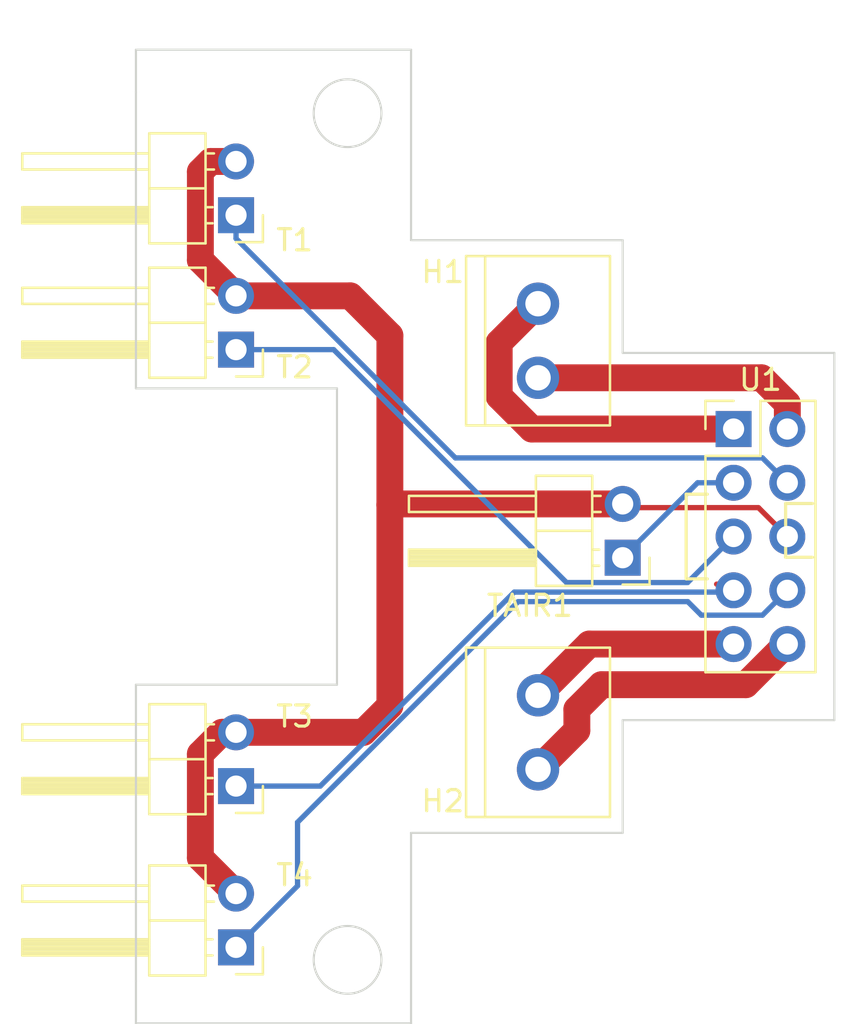
<source format=kicad_pcb>
(kicad_pcb (version 20171130) (host pcbnew "(5.1.6-0-10_14)")

  (general
    (thickness 1.6)
    (drawings 28)
    (tracks 57)
    (zones 0)
    (modules 8)
    (nets 11)
  )

  (page A4)
  (layers
    (0 F.Cu signal)
    (31 B.Cu signal)
    (32 B.Adhes user)
    (33 F.Adhes user)
    (34 B.Paste user)
    (35 F.Paste user)
    (36 B.SilkS user)
    (37 F.SilkS user)
    (38 B.Mask user)
    (39 F.Mask user)
    (40 Dwgs.User user)
    (41 Cmts.User user)
    (42 Eco1.User user)
    (43 Eco2.User user)
    (44 Edge.Cuts user)
    (45 Margin user)
    (46 B.CrtYd user)
    (47 F.CrtYd user)
    (48 B.Fab user)
    (49 F.Fab user)
  )

  (setup
    (last_trace_width 0.25)
    (user_trace_width 1.27)
    (trace_clearance 0.2)
    (zone_clearance 0.508)
    (zone_45_only no)
    (trace_min 0.2)
    (via_size 0.8)
    (via_drill 0.4)
    (via_min_size 0.4)
    (via_min_drill 0.3)
    (uvia_size 0.3)
    (uvia_drill 0.1)
    (uvias_allowed no)
    (uvia_min_size 0.2)
    (uvia_min_drill 0.1)
    (edge_width 0.1)
    (segment_width 0.2)
    (pcb_text_width 0.3)
    (pcb_text_size 1.5 1.5)
    (mod_edge_width 0.15)
    (mod_text_size 1 1)
    (mod_text_width 0.15)
    (pad_size 1.7 1.7)
    (pad_drill 1)
    (pad_to_mask_clearance 0)
    (aux_axis_origin 0 0)
    (visible_elements FFFFFF7F)
    (pcbplotparams
      (layerselection 0x010fc_ffffffff)
      (usegerberextensions true)
      (usegerberattributes false)
      (usegerberadvancedattributes true)
      (creategerberjobfile true)
      (excludeedgelayer true)
      (linewidth 0.100000)
      (plotframeref false)
      (viasonmask false)
      (mode 1)
      (useauxorigin false)
      (hpglpennumber 1)
      (hpglpenspeed 20)
      (hpglpendiameter 15.000000)
      (psnegative false)
      (psa4output false)
      (plotreference true)
      (plotvalue true)
      (plotinvisibletext false)
      (padsonsilk false)
      (subtractmaskfromsilk false)
      (outputformat 1)
      (mirror false)
      (drillshape 0)
      (scaleselection 1)
      (outputdirectory ""))
  )

  (net 0 "")
  (net 1 HEATER1B)
  (net 2 HEATER1A)
  (net 3 HEATER2A)
  (net 4 HEATER2B)
  (net 5 THERM_GND)
  (net 6 AIR)
  (net 7 THERM1)
  (net 8 THERM2)
  (net 9 THERM3)
  (net 10 THERM4)

  (net_class Default "This is the default net class."
    (clearance 0.2)
    (trace_width 0.25)
    (via_dia 0.8)
    (via_drill 0.4)
    (uvia_dia 0.3)
    (uvia_drill 0.1)
    (add_net AIR)
    (add_net HEATER1A)
    (add_net HEATER1B)
    (add_net HEATER2A)
    (add_net HEATER2B)
    (add_net THERM1)
    (add_net THERM2)
    (add_net THERM3)
    (add_net THERM4)
    (add_net THERM_GND)
  )

  (module Pin_Headers:Pin_Header_Angled_1x02_Pitch2.54mm (layer F.Cu) (tedit 59650532) (tstamp 5F2B81B9)
    (at 113.73 77.82 180)
    (descr "Through hole angled pin header, 1x02, 2.54mm pitch, 6mm pin length, single row")
    (tags "Through hole angled pin header THT 1x02 2.54mm single row")
    (path /5F2B7778)
    (fp_text reference T1 (at -2.77 -1.18) (layer F.SilkS)
      (effects (font (size 1 1) (thickness 0.15)))
    )
    (fp_text value Conn_01x02_Male (at 4.385 4.81) (layer F.Fab)
      (effects (font (size 1 1) (thickness 0.15)))
    )
    (fp_line (start 2.135 -1.27) (end 4.04 -1.27) (layer F.Fab) (width 0.1))
    (fp_line (start 4.04 -1.27) (end 4.04 3.81) (layer F.Fab) (width 0.1))
    (fp_line (start 4.04 3.81) (end 1.5 3.81) (layer F.Fab) (width 0.1))
    (fp_line (start 1.5 3.81) (end 1.5 -0.635) (layer F.Fab) (width 0.1))
    (fp_line (start 1.5 -0.635) (end 2.135 -1.27) (layer F.Fab) (width 0.1))
    (fp_line (start -0.32 -0.32) (end 1.5 -0.32) (layer F.Fab) (width 0.1))
    (fp_line (start -0.32 -0.32) (end -0.32 0.32) (layer F.Fab) (width 0.1))
    (fp_line (start -0.32 0.32) (end 1.5 0.32) (layer F.Fab) (width 0.1))
    (fp_line (start 4.04 -0.32) (end 10.04 -0.32) (layer F.Fab) (width 0.1))
    (fp_line (start 10.04 -0.32) (end 10.04 0.32) (layer F.Fab) (width 0.1))
    (fp_line (start 4.04 0.32) (end 10.04 0.32) (layer F.Fab) (width 0.1))
    (fp_line (start -0.32 2.22) (end 1.5 2.22) (layer F.Fab) (width 0.1))
    (fp_line (start -0.32 2.22) (end -0.32 2.86) (layer F.Fab) (width 0.1))
    (fp_line (start -0.32 2.86) (end 1.5 2.86) (layer F.Fab) (width 0.1))
    (fp_line (start 4.04 2.22) (end 10.04 2.22) (layer F.Fab) (width 0.1))
    (fp_line (start 10.04 2.22) (end 10.04 2.86) (layer F.Fab) (width 0.1))
    (fp_line (start 4.04 2.86) (end 10.04 2.86) (layer F.Fab) (width 0.1))
    (fp_line (start 1.44 -1.33) (end 1.44 3.87) (layer F.SilkS) (width 0.12))
    (fp_line (start 1.44 3.87) (end 4.1 3.87) (layer F.SilkS) (width 0.12))
    (fp_line (start 4.1 3.87) (end 4.1 -1.33) (layer F.SilkS) (width 0.12))
    (fp_line (start 4.1 -1.33) (end 1.44 -1.33) (layer F.SilkS) (width 0.12))
    (fp_line (start 4.1 -0.38) (end 10.1 -0.38) (layer F.SilkS) (width 0.12))
    (fp_line (start 10.1 -0.38) (end 10.1 0.38) (layer F.SilkS) (width 0.12))
    (fp_line (start 10.1 0.38) (end 4.1 0.38) (layer F.SilkS) (width 0.12))
    (fp_line (start 4.1 -0.32) (end 10.1 -0.32) (layer F.SilkS) (width 0.12))
    (fp_line (start 4.1 -0.2) (end 10.1 -0.2) (layer F.SilkS) (width 0.12))
    (fp_line (start 4.1 -0.08) (end 10.1 -0.08) (layer F.SilkS) (width 0.12))
    (fp_line (start 4.1 0.04) (end 10.1 0.04) (layer F.SilkS) (width 0.12))
    (fp_line (start 4.1 0.16) (end 10.1 0.16) (layer F.SilkS) (width 0.12))
    (fp_line (start 4.1 0.28) (end 10.1 0.28) (layer F.SilkS) (width 0.12))
    (fp_line (start 1.11 -0.38) (end 1.44 -0.38) (layer F.SilkS) (width 0.12))
    (fp_line (start 1.11 0.38) (end 1.44 0.38) (layer F.SilkS) (width 0.12))
    (fp_line (start 1.44 1.27) (end 4.1 1.27) (layer F.SilkS) (width 0.12))
    (fp_line (start 4.1 2.16) (end 10.1 2.16) (layer F.SilkS) (width 0.12))
    (fp_line (start 10.1 2.16) (end 10.1 2.92) (layer F.SilkS) (width 0.12))
    (fp_line (start 10.1 2.92) (end 4.1 2.92) (layer F.SilkS) (width 0.12))
    (fp_line (start 1.042929 2.16) (end 1.44 2.16) (layer F.SilkS) (width 0.12))
    (fp_line (start 1.042929 2.92) (end 1.44 2.92) (layer F.SilkS) (width 0.12))
    (fp_line (start -1.27 0) (end -1.27 -1.27) (layer F.SilkS) (width 0.12))
    (fp_line (start -1.27 -1.27) (end 0 -1.27) (layer F.SilkS) (width 0.12))
    (fp_line (start -1.8 -1.8) (end -1.8 4.35) (layer F.CrtYd) (width 0.05))
    (fp_line (start -1.8 4.35) (end 10.55 4.35) (layer F.CrtYd) (width 0.05))
    (fp_line (start 10.55 4.35) (end 10.55 -1.8) (layer F.CrtYd) (width 0.05))
    (fp_line (start 10.55 -1.8) (end -1.8 -1.8) (layer F.CrtYd) (width 0.05))
    (fp_text user %R (at 2.77 1.27 90) (layer F.Fab)
      (effects (font (size 1 1) (thickness 0.15)))
    )
    (pad 1 thru_hole rect (at 0 0 180) (size 1.7 1.7) (drill 1) (layers *.Cu *.Mask)
      (net 7 THERM1))
    (pad 2 thru_hole oval (at 0 2.54 180) (size 1.7 1.7) (drill 1) (layers *.Cu *.Mask)
      (net 5 THERM_GND))
    (model ${KISYS3DMOD}/Pin_Headers.3dshapes/Pin_Header_Angled_1x02_Pitch2.54mm.wrl
      (at (xyz 0 0 0))
      (scale (xyz 1 1 1))
      (rotate (xyz 0 0 0))
    )
    (model :kicad-packages3D:Connector_PinHeader_2.54mm.3dshapes/PinHeader_1x02_P2.54mm_Horizontal.step
      (at (xyz 0 0 0))
      (scale (xyz 1 1 1))
      (rotate (xyz 0 0 0))
    )
  )

  (module Pin_Headers:Pin_Header_Angled_1x02_Pitch2.54mm (layer F.Cu) (tedit 59650532) (tstamp 5F2CEEF1)
    (at 113.73 84.17 180)
    (descr "Through hole angled pin header, 1x02, 2.54mm pitch, 6mm pin length, single row")
    (tags "Through hole angled pin header THT 1x02 2.54mm single row")
    (path /5F2BA46F)
    (fp_text reference T2 (at -2.77 -0.83) (layer F.SilkS)
      (effects (font (size 1 1) (thickness 0.15)))
    )
    (fp_text value Conn_01x02_Male (at 4.385 4.81) (layer F.Fab)
      (effects (font (size 1 1) (thickness 0.15)))
    )
    (fp_line (start 10.55 -1.8) (end -1.8 -1.8) (layer F.CrtYd) (width 0.05))
    (fp_line (start 10.55 4.35) (end 10.55 -1.8) (layer F.CrtYd) (width 0.05))
    (fp_line (start -1.8 4.35) (end 10.55 4.35) (layer F.CrtYd) (width 0.05))
    (fp_line (start -1.8 -1.8) (end -1.8 4.35) (layer F.CrtYd) (width 0.05))
    (fp_line (start -1.27 -1.27) (end 0 -1.27) (layer F.SilkS) (width 0.12))
    (fp_line (start -1.27 0) (end -1.27 -1.27) (layer F.SilkS) (width 0.12))
    (fp_line (start 1.042929 2.92) (end 1.44 2.92) (layer F.SilkS) (width 0.12))
    (fp_line (start 1.042929 2.16) (end 1.44 2.16) (layer F.SilkS) (width 0.12))
    (fp_line (start 10.1 2.92) (end 4.1 2.92) (layer F.SilkS) (width 0.12))
    (fp_line (start 10.1 2.16) (end 10.1 2.92) (layer F.SilkS) (width 0.12))
    (fp_line (start 4.1 2.16) (end 10.1 2.16) (layer F.SilkS) (width 0.12))
    (fp_line (start 1.44 1.27) (end 4.1 1.27) (layer F.SilkS) (width 0.12))
    (fp_line (start 1.11 0.38) (end 1.44 0.38) (layer F.SilkS) (width 0.12))
    (fp_line (start 1.11 -0.38) (end 1.44 -0.38) (layer F.SilkS) (width 0.12))
    (fp_line (start 4.1 0.28) (end 10.1 0.28) (layer F.SilkS) (width 0.12))
    (fp_line (start 4.1 0.16) (end 10.1 0.16) (layer F.SilkS) (width 0.12))
    (fp_line (start 4.1 0.04) (end 10.1 0.04) (layer F.SilkS) (width 0.12))
    (fp_line (start 4.1 -0.08) (end 10.1 -0.08) (layer F.SilkS) (width 0.12))
    (fp_line (start 4.1 -0.2) (end 10.1 -0.2) (layer F.SilkS) (width 0.12))
    (fp_line (start 4.1 -0.32) (end 10.1 -0.32) (layer F.SilkS) (width 0.12))
    (fp_line (start 10.1 0.38) (end 4.1 0.38) (layer F.SilkS) (width 0.12))
    (fp_line (start 10.1 -0.38) (end 10.1 0.38) (layer F.SilkS) (width 0.12))
    (fp_line (start 4.1 -0.38) (end 10.1 -0.38) (layer F.SilkS) (width 0.12))
    (fp_line (start 4.1 -1.33) (end 1.44 -1.33) (layer F.SilkS) (width 0.12))
    (fp_line (start 4.1 3.87) (end 4.1 -1.33) (layer F.SilkS) (width 0.12))
    (fp_line (start 1.44 3.87) (end 4.1 3.87) (layer F.SilkS) (width 0.12))
    (fp_line (start 1.44 -1.33) (end 1.44 3.87) (layer F.SilkS) (width 0.12))
    (fp_line (start 4.04 2.86) (end 10.04 2.86) (layer F.Fab) (width 0.1))
    (fp_line (start 10.04 2.22) (end 10.04 2.86) (layer F.Fab) (width 0.1))
    (fp_line (start 4.04 2.22) (end 10.04 2.22) (layer F.Fab) (width 0.1))
    (fp_line (start -0.32 2.86) (end 1.5 2.86) (layer F.Fab) (width 0.1))
    (fp_line (start -0.32 2.22) (end -0.32 2.86) (layer F.Fab) (width 0.1))
    (fp_line (start -0.32 2.22) (end 1.5 2.22) (layer F.Fab) (width 0.1))
    (fp_line (start 4.04 0.32) (end 10.04 0.32) (layer F.Fab) (width 0.1))
    (fp_line (start 10.04 -0.32) (end 10.04 0.32) (layer F.Fab) (width 0.1))
    (fp_line (start 4.04 -0.32) (end 10.04 -0.32) (layer F.Fab) (width 0.1))
    (fp_line (start -0.32 0.32) (end 1.5 0.32) (layer F.Fab) (width 0.1))
    (fp_line (start -0.32 -0.32) (end -0.32 0.32) (layer F.Fab) (width 0.1))
    (fp_line (start -0.32 -0.32) (end 1.5 -0.32) (layer F.Fab) (width 0.1))
    (fp_line (start 1.5 -0.635) (end 2.135 -1.27) (layer F.Fab) (width 0.1))
    (fp_line (start 1.5 3.81) (end 1.5 -0.635) (layer F.Fab) (width 0.1))
    (fp_line (start 4.04 3.81) (end 1.5 3.81) (layer F.Fab) (width 0.1))
    (fp_line (start 4.04 -1.27) (end 4.04 3.81) (layer F.Fab) (width 0.1))
    (fp_line (start 2.135 -1.27) (end 4.04 -1.27) (layer F.Fab) (width 0.1))
    (fp_text user %R (at 2.77 1.27 90) (layer F.Fab)
      (effects (font (size 1 1) (thickness 0.15)))
    )
    (pad 2 thru_hole oval (at 0 2.54 180) (size 1.7 1.7) (drill 1) (layers *.Cu *.Mask)
      (net 5 THERM_GND))
    (pad 1 thru_hole rect (at 0 0 180) (size 1.7 1.7) (drill 1) (layers *.Cu *.Mask)
      (net 8 THERM2))
    (model ${KISYS3DMOD}/Pin_Headers.3dshapes/Pin_Header_Angled_1x02_Pitch2.54mm.wrl
      (at (xyz 0 0 0))
      (scale (xyz 1 1 1))
      (rotate (xyz 0 0 0))
    )
    (model :kicad-packages3D:Connector_PinHeader_2.54mm.3dshapes/PinHeader_1x02_P2.54mm_Horizontal.step
      (at (xyz 0 0 0))
      (scale (xyz 1 1 1))
      (rotate (xyz 0 0 0))
    )
  )

  (module Pin_Headers:Pin_Header_Angled_1x02_Pitch2.54mm (layer F.Cu) (tedit 59650532) (tstamp 5F2CEE28)
    (at 113.73 104.79 180)
    (descr "Through hole angled pin header, 1x02, 2.54mm pitch, 6mm pin length, single row")
    (tags "Through hole angled pin header THT 1x02 2.54mm single row")
    (path /5F2BA479)
    (fp_text reference T3 (at -2.77 3.29) (layer F.SilkS)
      (effects (font (size 1 1) (thickness 0.15)))
    )
    (fp_text value Conn_01x02_Male (at 4.385 4.81) (layer F.Fab)
      (effects (font (size 1 1) (thickness 0.15)))
    )
    (fp_line (start 2.135 -1.27) (end 4.04 -1.27) (layer F.Fab) (width 0.1))
    (fp_line (start 4.04 -1.27) (end 4.04 3.81) (layer F.Fab) (width 0.1))
    (fp_line (start 4.04 3.81) (end 1.5 3.81) (layer F.Fab) (width 0.1))
    (fp_line (start 1.5 3.81) (end 1.5 -0.635) (layer F.Fab) (width 0.1))
    (fp_line (start 1.5 -0.635) (end 2.135 -1.27) (layer F.Fab) (width 0.1))
    (fp_line (start -0.32 -0.32) (end 1.5 -0.32) (layer F.Fab) (width 0.1))
    (fp_line (start -0.32 -0.32) (end -0.32 0.32) (layer F.Fab) (width 0.1))
    (fp_line (start -0.32 0.32) (end 1.5 0.32) (layer F.Fab) (width 0.1))
    (fp_line (start 4.04 -0.32) (end 10.04 -0.32) (layer F.Fab) (width 0.1))
    (fp_line (start 10.04 -0.32) (end 10.04 0.32) (layer F.Fab) (width 0.1))
    (fp_line (start 4.04 0.32) (end 10.04 0.32) (layer F.Fab) (width 0.1))
    (fp_line (start -0.32 2.22) (end 1.5 2.22) (layer F.Fab) (width 0.1))
    (fp_line (start -0.32 2.22) (end -0.32 2.86) (layer F.Fab) (width 0.1))
    (fp_line (start -0.32 2.86) (end 1.5 2.86) (layer F.Fab) (width 0.1))
    (fp_line (start 4.04 2.22) (end 10.04 2.22) (layer F.Fab) (width 0.1))
    (fp_line (start 10.04 2.22) (end 10.04 2.86) (layer F.Fab) (width 0.1))
    (fp_line (start 4.04 2.86) (end 10.04 2.86) (layer F.Fab) (width 0.1))
    (fp_line (start 1.44 -1.33) (end 1.44 3.87) (layer F.SilkS) (width 0.12))
    (fp_line (start 1.44 3.87) (end 4.1 3.87) (layer F.SilkS) (width 0.12))
    (fp_line (start 4.1 3.87) (end 4.1 -1.33) (layer F.SilkS) (width 0.12))
    (fp_line (start 4.1 -1.33) (end 1.44 -1.33) (layer F.SilkS) (width 0.12))
    (fp_line (start 4.1 -0.38) (end 10.1 -0.38) (layer F.SilkS) (width 0.12))
    (fp_line (start 10.1 -0.38) (end 10.1 0.38) (layer F.SilkS) (width 0.12))
    (fp_line (start 10.1 0.38) (end 4.1 0.38) (layer F.SilkS) (width 0.12))
    (fp_line (start 4.1 -0.32) (end 10.1 -0.32) (layer F.SilkS) (width 0.12))
    (fp_line (start 4.1 -0.2) (end 10.1 -0.2) (layer F.SilkS) (width 0.12))
    (fp_line (start 4.1 -0.08) (end 10.1 -0.08) (layer F.SilkS) (width 0.12))
    (fp_line (start 4.1 0.04) (end 10.1 0.04) (layer F.SilkS) (width 0.12))
    (fp_line (start 4.1 0.16) (end 10.1 0.16) (layer F.SilkS) (width 0.12))
    (fp_line (start 4.1 0.28) (end 10.1 0.28) (layer F.SilkS) (width 0.12))
    (fp_line (start 1.11 -0.38) (end 1.44 -0.38) (layer F.SilkS) (width 0.12))
    (fp_line (start 1.11 0.38) (end 1.44 0.38) (layer F.SilkS) (width 0.12))
    (fp_line (start 1.44 1.27) (end 4.1 1.27) (layer F.SilkS) (width 0.12))
    (fp_line (start 4.1 2.16) (end 10.1 2.16) (layer F.SilkS) (width 0.12))
    (fp_line (start 10.1 2.16) (end 10.1 2.92) (layer F.SilkS) (width 0.12))
    (fp_line (start 10.1 2.92) (end 4.1 2.92) (layer F.SilkS) (width 0.12))
    (fp_line (start 1.042929 2.16) (end 1.44 2.16) (layer F.SilkS) (width 0.12))
    (fp_line (start 1.042929 2.92) (end 1.44 2.92) (layer F.SilkS) (width 0.12))
    (fp_line (start -1.27 0) (end -1.27 -1.27) (layer F.SilkS) (width 0.12))
    (fp_line (start -1.27 -1.27) (end 0 -1.27) (layer F.SilkS) (width 0.12))
    (fp_line (start -1.8 -1.8) (end -1.8 4.35) (layer F.CrtYd) (width 0.05))
    (fp_line (start -1.8 4.35) (end 10.55 4.35) (layer F.CrtYd) (width 0.05))
    (fp_line (start 10.55 4.35) (end 10.55 -1.8) (layer F.CrtYd) (width 0.05))
    (fp_line (start 10.55 -1.8) (end -1.8 -1.8) (layer F.CrtYd) (width 0.05))
    (fp_text user %R (at 2.77 1.27 90) (layer F.Fab)
      (effects (font (size 1 1) (thickness 0.15)))
    )
    (pad 1 thru_hole rect (at 0 0 180) (size 1.7 1.7) (drill 1) (layers *.Cu *.Mask)
      (net 9 THERM3))
    (pad 2 thru_hole oval (at 0 2.54 180) (size 1.7 1.7) (drill 1) (layers *.Cu *.Mask)
      (net 5 THERM_GND))
    (model ${KISYS3DMOD}/Pin_Headers.3dshapes/Pin_Header_Angled_1x02_Pitch2.54mm.wrl
      (at (xyz 0 0 0))
      (scale (xyz 1 1 1))
      (rotate (xyz 0 0 0))
    )
    (model :kicad-packages3D:Connector_PinHeader_2.54mm.3dshapes/PinHeader_1x02_P2.54mm_Horizontal.step
      (at (xyz 0 0 0))
      (scale (xyz 1 1 1))
      (rotate (xyz 0 0 0))
    )
  )

  (module Pin_Headers:Pin_Header_Angled_1x02_Pitch2.54mm (layer F.Cu) (tedit 59650532) (tstamp 5F2B8CCA)
    (at 113.73 112.41 180)
    (descr "Through hole angled pin header, 1x02, 2.54mm pitch, 6mm pin length, single row")
    (tags "Through hole angled pin header THT 1x02 2.54mm single row")
    (path /5F2BC0F4)
    (fp_text reference T4 (at -2.77 3.41) (layer F.SilkS)
      (effects (font (size 1 1) (thickness 0.15)))
    )
    (fp_text value Conn_01x02_Male (at 4.385 4.81) (layer F.Fab)
      (effects (font (size 1 1) (thickness 0.15)))
    )
    (fp_line (start 10.55 -1.8) (end -1.8 -1.8) (layer F.CrtYd) (width 0.05))
    (fp_line (start 10.55 4.35) (end 10.55 -1.8) (layer F.CrtYd) (width 0.05))
    (fp_line (start -1.8 4.35) (end 10.55 4.35) (layer F.CrtYd) (width 0.05))
    (fp_line (start -1.8 -1.8) (end -1.8 4.35) (layer F.CrtYd) (width 0.05))
    (fp_line (start -1.27 -1.27) (end 0 -1.27) (layer F.SilkS) (width 0.12))
    (fp_line (start -1.27 0) (end -1.27 -1.27) (layer F.SilkS) (width 0.12))
    (fp_line (start 1.042929 2.92) (end 1.44 2.92) (layer F.SilkS) (width 0.12))
    (fp_line (start 1.042929 2.16) (end 1.44 2.16) (layer F.SilkS) (width 0.12))
    (fp_line (start 10.1 2.92) (end 4.1 2.92) (layer F.SilkS) (width 0.12))
    (fp_line (start 10.1 2.16) (end 10.1 2.92) (layer F.SilkS) (width 0.12))
    (fp_line (start 4.1 2.16) (end 10.1 2.16) (layer F.SilkS) (width 0.12))
    (fp_line (start 1.44 1.27) (end 4.1 1.27) (layer F.SilkS) (width 0.12))
    (fp_line (start 1.11 0.38) (end 1.44 0.38) (layer F.SilkS) (width 0.12))
    (fp_line (start 1.11 -0.38) (end 1.44 -0.38) (layer F.SilkS) (width 0.12))
    (fp_line (start 4.1 0.28) (end 10.1 0.28) (layer F.SilkS) (width 0.12))
    (fp_line (start 4.1 0.16) (end 10.1 0.16) (layer F.SilkS) (width 0.12))
    (fp_line (start 4.1 0.04) (end 10.1 0.04) (layer F.SilkS) (width 0.12))
    (fp_line (start 4.1 -0.08) (end 10.1 -0.08) (layer F.SilkS) (width 0.12))
    (fp_line (start 4.1 -0.2) (end 10.1 -0.2) (layer F.SilkS) (width 0.12))
    (fp_line (start 4.1 -0.32) (end 10.1 -0.32) (layer F.SilkS) (width 0.12))
    (fp_line (start 10.1 0.38) (end 4.1 0.38) (layer F.SilkS) (width 0.12))
    (fp_line (start 10.1 -0.38) (end 10.1 0.38) (layer F.SilkS) (width 0.12))
    (fp_line (start 4.1 -0.38) (end 10.1 -0.38) (layer F.SilkS) (width 0.12))
    (fp_line (start 4.1 -1.33) (end 1.44 -1.33) (layer F.SilkS) (width 0.12))
    (fp_line (start 4.1 3.87) (end 4.1 -1.33) (layer F.SilkS) (width 0.12))
    (fp_line (start 1.44 3.87) (end 4.1 3.87) (layer F.SilkS) (width 0.12))
    (fp_line (start 1.44 -1.33) (end 1.44 3.87) (layer F.SilkS) (width 0.12))
    (fp_line (start 4.04 2.86) (end 10.04 2.86) (layer F.Fab) (width 0.1))
    (fp_line (start 10.04 2.22) (end 10.04 2.86) (layer F.Fab) (width 0.1))
    (fp_line (start 4.04 2.22) (end 10.04 2.22) (layer F.Fab) (width 0.1))
    (fp_line (start -0.32 2.86) (end 1.5 2.86) (layer F.Fab) (width 0.1))
    (fp_line (start -0.32 2.22) (end -0.32 2.86) (layer F.Fab) (width 0.1))
    (fp_line (start -0.32 2.22) (end 1.5 2.22) (layer F.Fab) (width 0.1))
    (fp_line (start 4.04 0.32) (end 10.04 0.32) (layer F.Fab) (width 0.1))
    (fp_line (start 10.04 -0.32) (end 10.04 0.32) (layer F.Fab) (width 0.1))
    (fp_line (start 4.04 -0.32) (end 10.04 -0.32) (layer F.Fab) (width 0.1))
    (fp_line (start -0.32 0.32) (end 1.5 0.32) (layer F.Fab) (width 0.1))
    (fp_line (start -0.32 -0.32) (end -0.32 0.32) (layer F.Fab) (width 0.1))
    (fp_line (start -0.32 -0.32) (end 1.5 -0.32) (layer F.Fab) (width 0.1))
    (fp_line (start 1.5 -0.635) (end 2.135 -1.27) (layer F.Fab) (width 0.1))
    (fp_line (start 1.5 3.81) (end 1.5 -0.635) (layer F.Fab) (width 0.1))
    (fp_line (start 4.04 3.81) (end 1.5 3.81) (layer F.Fab) (width 0.1))
    (fp_line (start 4.04 -1.27) (end 4.04 3.81) (layer F.Fab) (width 0.1))
    (fp_line (start 2.135 -1.27) (end 4.04 -1.27) (layer F.Fab) (width 0.1))
    (fp_text user %R (at 2.77 1.27 90) (layer F.Fab)
      (effects (font (size 1 1) (thickness 0.15)))
    )
    (pad 2 thru_hole oval (at 0 2.54 180) (size 1.7 1.7) (drill 1) (layers *.Cu *.Mask)
      (net 5 THERM_GND))
    (pad 1 thru_hole rect (at 0 0 180) (size 1.7 1.7) (drill 1) (layers *.Cu *.Mask)
      (net 10 THERM4))
    (model ${KISYS3DMOD}/Pin_Headers.3dshapes/Pin_Header_Angled_1x02_Pitch2.54mm.wrl
      (at (xyz 0 0 0))
      (scale (xyz 1 1 1))
      (rotate (xyz 0 0 0))
    )
    (model :kicad-packages3D:Connector_PinHeader_2.54mm.3dshapes/PinHeader_1x02_P2.54mm_Horizontal.step
      (at (xyz 0 0 0))
      (scale (xyz 1 1 1))
      (rotate (xyz 0 0 0))
    )
  )

  (module Pin_Headers:Pin_Header_Straight_2x05_Pitch2.54mm (layer F.Cu) (tedit 5F2B71C0) (tstamp 5F2B5BE4)
    (at 137.24 87.92)
    (descr "Through hole straight pin header, 2x05, 2.54mm pitch, double rows")
    (tags "Through hole pin header THT 2x05 2.54mm double row")
    (path /5F2BEF9C)
    (fp_text reference U1 (at 1.27 -2.33) (layer F.SilkS)
      (effects (font (size 1 1) (thickness 0.15)))
    )
    (fp_text value Conn_02x05 (at 1.27 12.49) (layer F.Fab)
      (effects (font (size 1 1) (thickness 0.15)))
    )
    (fp_line (start 4.35 -1.8) (end -1.8 -1.8) (layer F.CrtYd) (width 0.05))
    (fp_line (start 4.35 11.95) (end 4.35 -1.8) (layer F.CrtYd) (width 0.05))
    (fp_line (start -1.8 11.95) (end 4.35 11.95) (layer F.CrtYd) (width 0.05))
    (fp_line (start -1.8 -1.8) (end -1.8 11.95) (layer F.CrtYd) (width 0.05))
    (fp_line (start -1.33 -1.33) (end 0 -1.33) (layer F.SilkS) (width 0.12))
    (fp_line (start -1.33 0) (end -1.33 -1.33) (layer F.SilkS) (width 0.12))
    (fp_line (start 1.27 -1.33) (end 3.87 -1.33) (layer F.SilkS) (width 0.12))
    (fp_line (start 1.27 1.27) (end 1.27 -1.33) (layer F.SilkS) (width 0.12))
    (fp_line (start -1.33 1.27) (end 1.27 1.27) (layer F.SilkS) (width 0.12))
    (fp_line (start 3.87 -1.33) (end 3.87 11.49) (layer F.SilkS) (width 0.12))
    (fp_line (start -1.33 1.27) (end -1.33 11.49) (layer F.SilkS) (width 0.12))
    (fp_line (start -1.33 11.49) (end 3.87 11.49) (layer F.SilkS) (width 0.12))
    (fp_line (start -1.27 0) (end 0 -1.27) (layer F.Fab) (width 0.1))
    (fp_line (start -1.27 11.43) (end -1.27 0) (layer F.Fab) (width 0.1))
    (fp_line (start 3.81 11.43) (end -1.27 11.43) (layer F.Fab) (width 0.1))
    (fp_line (start 3.81 -1.27) (end 3.81 11.43) (layer F.Fab) (width 0.1))
    (fp_line (start 0 -1.27) (end 3.81 -1.27) (layer F.Fab) (width 0.1))
    (fp_text user %R (at 1.27 5.08 90) (layer F.Fab)
      (effects (font (size 1 1) (thickness 0.15)))
    )
    (pad 10 thru_hole oval (at 2.54 10.16) (size 1.7 1.7) (drill 1) (layers *.Cu *.Mask)
      (net 4 HEATER2B))
    (pad 9 thru_hole oval (at 0 10.16) (size 1.7 1.7) (drill 1) (layers *.Cu *.Mask)
      (net 3 HEATER2A))
    (pad 8 thru_hole oval (at 2.54 7.62) (size 1.7 1.7) (drill 1) (layers *.Cu *.Mask)
      (net 10 THERM4))
    (pad 7 thru_hole oval (at 0 7.62) (size 1.7 1.7) (drill 1) (layers *.Cu *.Mask)
      (net 9 THERM3))
    (pad 6 thru_hole oval (at 2.54 5.08) (size 1.7 1.7) (drill 1) (layers *.Cu *.Mask)
      (net 5 THERM_GND))
    (pad 5 thru_hole oval (at 0 5.08) (size 1.7 1.7) (drill 1) (layers *.Cu *.Mask)
      (net 8 THERM2))
    (pad 4 thru_hole oval (at 2.54 2.54) (size 1.7 1.7) (drill 1) (layers *.Cu *.Mask)
      (net 7 THERM1))
    (pad 3 thru_hole oval (at 0 2.54) (size 1.7 1.7) (drill 1) (layers *.Cu *.Mask)
      (net 6 AIR))
    (pad 2 thru_hole oval (at 2.54 0) (size 1.7 1.7) (drill 1) (layers *.Cu *.Mask)
      (net 1 HEATER1B))
    (pad 1 thru_hole rect (at 0 0) (size 1.7 1.7) (drill 1) (layers *.Cu *.Mask)
      (net 2 HEATER1A))
    (model ${KISYS3DMOD}/Pin_Headers.3dshapes/Pin_Header_Straight_2x05_Pitch2.54mm.wrl
      (at (xyz 0 0 0))
      (scale (xyz 1 1 1))
      (rotate (xyz 0 0 0))
    )
    (model :kicad-packages3D:Connector_PinHeader_2.54mm.3dshapes/PinHeader_2x05_P2.54mm_Horizontal.step
      (at (xyz 0 0 0))
      (scale (xyz 1 1 1))
      (rotate (xyz 0 0 0))
    )
  )

  (module Ninja-qPCR:TB_SeeedOPL_320110028 (layer F.Cu) (tedit 5F05691F) (tstamp 5F2B8F51)
    (at 128 82 270)
    (path /5F2B5266)
    (fp_text reference H1 (at -1.5 4.5 180) (layer F.SilkS)
      (effects (font (size 1 1) (thickness 0.15)))
    )
    (fp_text value Screw_Terminal_01x02 (at 2 6 90) (layer F.Fab)
      (effects (font (size 1 1) (thickness 0.15)))
    )
    (fp_line (start -2.25 -3.4) (end 5.75 -3.4) (layer F.SilkS) (width 0.12))
    (fp_line (start 5.75 -3.4) (end 5.75 3.4) (layer F.SilkS) (width 0.12))
    (fp_line (start 5.75 3.4) (end -2.25 3.4) (layer F.SilkS) (width 0.12))
    (fp_line (start -2.25 3.4) (end -2.25 -3.4) (layer F.SilkS) (width 0.12))
    (fp_line (start 5.75 2.5) (end -2.25 2.5) (layer F.SilkS) (width 0.12))
    (pad 1 thru_hole circle (at 0 0 270) (size 2 2) (drill 1.2) (layers *.Cu *.Mask)
      (net 2 HEATER1A))
    (pad 2 thru_hole circle (at 3.5 0 270) (size 2 2) (drill 1.2) (layers *.Cu *.Mask)
      (net 1 HEATER1B))
    (model ":desktop:TerminalBlock_SeeedOPL320110028 v2.step"
      (at (xyz 0 0 0))
      (scale (xyz 1 1 1))
      (rotate (xyz 0 0 0))
    )
  )

  (module Ninja-qPCR:TB_SeeedOPL_320110028 (layer F.Cu) (tedit 5F05691F) (tstamp 5F2B8F5B)
    (at 128 100.5 270)
    (path /5F2B5A56)
    (fp_text reference H2 (at 5 4.5 180) (layer F.SilkS)
      (effects (font (size 1 1) (thickness 0.15)))
    )
    (fp_text value Screw_Terminal_01x02 (at 2 6 90) (layer F.Fab)
      (effects (font (size 1 1) (thickness 0.15)))
    )
    (fp_line (start 5.75 2.5) (end -2.25 2.5) (layer F.SilkS) (width 0.12))
    (fp_line (start -2.25 3.4) (end -2.25 -3.4) (layer F.SilkS) (width 0.12))
    (fp_line (start 5.75 3.4) (end -2.25 3.4) (layer F.SilkS) (width 0.12))
    (fp_line (start 5.75 -3.4) (end 5.75 3.4) (layer F.SilkS) (width 0.12))
    (fp_line (start -2.25 -3.4) (end 5.75 -3.4) (layer F.SilkS) (width 0.12))
    (pad 2 thru_hole circle (at 3.5 0 270) (size 2 2) (drill 1.2) (layers *.Cu *.Mask)
      (net 4 HEATER2B))
    (pad 1 thru_hole circle (at 0 0 270) (size 2 2) (drill 1.2) (layers *.Cu *.Mask)
      (net 3 HEATER2A))
    (model ":desktop:TerminalBlock_SeeedOPL320110028 v2.step"
      (at (xyz 0 0 0))
      (scale (xyz 1 1 1))
      (rotate (xyz 0 0 0))
    )
  )

  (module Pin_Headers:Pin_Header_Angled_1x02_Pitch2.54mm (layer F.Cu) (tedit 59650532) (tstamp 5F2B8F65)
    (at 132 94 180)
    (descr "Through hole angled pin header, 1x02, 2.54mm pitch, 6mm pin length, single row")
    (tags "Through hole angled pin header THT 1x02 2.54mm single row")
    (path /5F2B6313)
    (fp_text reference TAIR1 (at 4.385 -2.27) (layer F.SilkS)
      (effects (font (size 1 1) (thickness 0.15)))
    )
    (fp_text value Conn_01x02_Male (at 4.385 4.81) (layer F.Fab)
      (effects (font (size 1 1) (thickness 0.15)))
    )
    (fp_line (start 10.55 -1.8) (end -1.8 -1.8) (layer F.CrtYd) (width 0.05))
    (fp_line (start 10.55 4.35) (end 10.55 -1.8) (layer F.CrtYd) (width 0.05))
    (fp_line (start -1.8 4.35) (end 10.55 4.35) (layer F.CrtYd) (width 0.05))
    (fp_line (start -1.8 -1.8) (end -1.8 4.35) (layer F.CrtYd) (width 0.05))
    (fp_line (start -1.27 -1.27) (end 0 -1.27) (layer F.SilkS) (width 0.12))
    (fp_line (start -1.27 0) (end -1.27 -1.27) (layer F.SilkS) (width 0.12))
    (fp_line (start 1.042929 2.92) (end 1.44 2.92) (layer F.SilkS) (width 0.12))
    (fp_line (start 1.042929 2.16) (end 1.44 2.16) (layer F.SilkS) (width 0.12))
    (fp_line (start 10.1 2.92) (end 4.1 2.92) (layer F.SilkS) (width 0.12))
    (fp_line (start 10.1 2.16) (end 10.1 2.92) (layer F.SilkS) (width 0.12))
    (fp_line (start 4.1 2.16) (end 10.1 2.16) (layer F.SilkS) (width 0.12))
    (fp_line (start 1.44 1.27) (end 4.1 1.27) (layer F.SilkS) (width 0.12))
    (fp_line (start 1.11 0.38) (end 1.44 0.38) (layer F.SilkS) (width 0.12))
    (fp_line (start 1.11 -0.38) (end 1.44 -0.38) (layer F.SilkS) (width 0.12))
    (fp_line (start 4.1 0.28) (end 10.1 0.28) (layer F.SilkS) (width 0.12))
    (fp_line (start 4.1 0.16) (end 10.1 0.16) (layer F.SilkS) (width 0.12))
    (fp_line (start 4.1 0.04) (end 10.1 0.04) (layer F.SilkS) (width 0.12))
    (fp_line (start 4.1 -0.08) (end 10.1 -0.08) (layer F.SilkS) (width 0.12))
    (fp_line (start 4.1 -0.2) (end 10.1 -0.2) (layer F.SilkS) (width 0.12))
    (fp_line (start 4.1 -0.32) (end 10.1 -0.32) (layer F.SilkS) (width 0.12))
    (fp_line (start 10.1 0.38) (end 4.1 0.38) (layer F.SilkS) (width 0.12))
    (fp_line (start 10.1 -0.38) (end 10.1 0.38) (layer F.SilkS) (width 0.12))
    (fp_line (start 4.1 -0.38) (end 10.1 -0.38) (layer F.SilkS) (width 0.12))
    (fp_line (start 4.1 -1.33) (end 1.44 -1.33) (layer F.SilkS) (width 0.12))
    (fp_line (start 4.1 3.87) (end 4.1 -1.33) (layer F.SilkS) (width 0.12))
    (fp_line (start 1.44 3.87) (end 4.1 3.87) (layer F.SilkS) (width 0.12))
    (fp_line (start 1.44 -1.33) (end 1.44 3.87) (layer F.SilkS) (width 0.12))
    (fp_line (start 4.04 2.86) (end 10.04 2.86) (layer F.Fab) (width 0.1))
    (fp_line (start 10.04 2.22) (end 10.04 2.86) (layer F.Fab) (width 0.1))
    (fp_line (start 4.04 2.22) (end 10.04 2.22) (layer F.Fab) (width 0.1))
    (fp_line (start -0.32 2.86) (end 1.5 2.86) (layer F.Fab) (width 0.1))
    (fp_line (start -0.32 2.22) (end -0.32 2.86) (layer F.Fab) (width 0.1))
    (fp_line (start -0.32 2.22) (end 1.5 2.22) (layer F.Fab) (width 0.1))
    (fp_line (start 4.04 0.32) (end 10.04 0.32) (layer F.Fab) (width 0.1))
    (fp_line (start 10.04 -0.32) (end 10.04 0.32) (layer F.Fab) (width 0.1))
    (fp_line (start 4.04 -0.32) (end 10.04 -0.32) (layer F.Fab) (width 0.1))
    (fp_line (start -0.32 0.32) (end 1.5 0.32) (layer F.Fab) (width 0.1))
    (fp_line (start -0.32 -0.32) (end -0.32 0.32) (layer F.Fab) (width 0.1))
    (fp_line (start -0.32 -0.32) (end 1.5 -0.32) (layer F.Fab) (width 0.1))
    (fp_line (start 1.5 -0.635) (end 2.135 -1.27) (layer F.Fab) (width 0.1))
    (fp_line (start 1.5 3.81) (end 1.5 -0.635) (layer F.Fab) (width 0.1))
    (fp_line (start 4.04 3.81) (end 1.5 3.81) (layer F.Fab) (width 0.1))
    (fp_line (start 4.04 -1.27) (end 4.04 3.81) (layer F.Fab) (width 0.1))
    (fp_line (start 2.135 -1.27) (end 4.04 -1.27) (layer F.Fab) (width 0.1))
    (fp_text user %R (at 2.77 1.27 90) (layer F.Fab)
      (effects (font (size 1 1) (thickness 0.15)))
    )
    (pad 2 thru_hole oval (at 0 2.54 180) (size 1.7 1.7) (drill 1) (layers *.Cu *.Mask)
      (net 5 THERM_GND))
    (pad 1 thru_hole rect (at 0 0 180) (size 1.7 1.7) (drill 1) (layers *.Cu *.Mask)
      (net 6 AIR))
    (model ${KISYS3DMOD}/Pin_Headers.3dshapes/Pin_Header_Angled_1x02_Pitch2.54mm.wrl
      (at (xyz 0 0 0))
      (scale (xyz 1 1 1))
      (rotate (xyz 0 0 0))
    )
    (model :kicad-packages3D:Connector_PinHeader_2.54mm.3dshapes/PinHeader_1x02_P2.54mm_Horizontal.step
      (at (xyz 0 0 0))
      (scale (xyz 1 1 1))
      (rotate (xyz 0 0 0))
    )
  )

  (gr_line (start 135 95) (end 136 95) (layer F.SilkS) (width 0.15))
  (gr_line (start 135 91) (end 135 95) (layer F.SilkS) (width 0.15))
  (gr_line (start 136 91) (end 135 91) (layer F.SilkS) (width 0.15))
  (gr_text 33x46mm (at 112.5 68.5) (layer Dwgs.User)
    (effects (font (size 1 1) (thickness 0.15)))
  )
  (gr_line (start 109 70) (end 109 72) (layer Edge.Cuts) (width 0.1) (tstamp 5F2B8E30))
  (gr_line (start 122 70) (end 109 70) (layer Edge.Cuts) (width 0.1) (tstamp 5F2CEA6A))
  (gr_line (start 109 116) (end 109 114) (layer Edge.Cuts) (width 0.1) (tstamp 5F2B8E2C))
  (gr_line (start 115 116) (end 109 116) (layer Edge.Cuts) (width 0.1))
  (gr_line (start 122 116) (end 115 116) (layer Edge.Cuts) (width 0.1))
  (gr_line (start 122 107) (end 122 116) (layer Edge.Cuts) (width 0.1))
  (gr_line (start 109 114) (end 109 100) (layer Edge.Cuts) (width 0.1) (tstamp 5F2B8D34))
  (gr_line (start 118.5 100) (end 109 100) (layer Edge.Cuts) (width 0.1))
  (gr_line (start 118.5 86) (end 109 86) (layer Edge.Cuts) (width 0.1))
  (gr_line (start 118.5 86) (end 118.5 100) (layer Edge.Cuts) (width 0.1))
  (gr_line (start 122 79) (end 132 79) (layer Edge.Cuts) (width 0.1))
  (gr_line (start 122 70) (end 122 79) (layer Edge.Cuts) (width 0.1))
  (gr_line (start 122 107) (end 132 107) (layer Edge.Cuts) (width 0.1))
  (gr_line (start 132 101.675) (end 142 101.675) (layer Edge.Cuts) (width 0.1))
  (gr_line (start 132 107) (end 132 101.675) (layer Edge.Cuts) (width 0.1))
  (gr_line (start 132 84.325) (end 142 84.325) (layer Edge.Cuts) (width 0.1))
  (gr_line (start 132 79) (end 132 84.325) (layer Edge.Cuts) (width 0.1))
  (gr_circle (center 119 113) (end 120.6 113) (layer Edge.Cuts) (width 0.1) (tstamp 5F2B817C))
  (gr_circle (center 119 73) (end 120.6 73) (layer Edge.Cuts) (width 0.1) (tstamp 5F2B8AAA))
  (gr_line (start 109 86) (end 109 72) (layer Edge.Cuts) (width 0.1) (tstamp 5F2B817F))
  (gr_line (start 142 84.325) (end 142 101.675) (layer Edge.Cuts) (width 0.1))
  (gr_line (start 139.7 93.98) (end 140.97 93.98) (layer F.SilkS) (width 0.15))
  (gr_line (start 139.7 91.44) (end 139.7 93.98) (layer F.SilkS) (width 0.15))
  (gr_line (start 140.97 91.44) (end 139.7 91.44) (layer F.SilkS) (width 0.15))

  (segment (start 139.78 86.717919) (end 139.78 87.92) (width 1.27) (layer F.Cu) (net 1))
  (segment (start 138.562081 85.5) (end 139.78 86.717919) (width 1.27) (layer F.Cu) (net 1))
  (segment (start 128 85.5) (end 138.562081 85.5) (width 1.27) (layer F.Cu) (net 1))
  (segment (start 126.164999 86.380801) (end 127.704198 87.92) (width 1.27) (layer F.Cu) (net 2))
  (segment (start 126.164999 83.835001) (end 126.164999 86.380801) (width 1.27) (layer F.Cu) (net 2))
  (segment (start 127.704198 87.92) (end 137.24 87.92) (width 1.27) (layer F.Cu) (net 2))
  (segment (start 128 82) (end 126.164999 83.835001) (width 1.27) (layer F.Cu) (net 2))
  (segment (start 130.42 98.08) (end 137.24 98.08) (width 1.27) (layer F.Cu) (net 3))
  (segment (start 128 100.5) (end 130.42 98.08) (width 1.27) (layer F.Cu) (net 3))
  (segment (start 128 104) (end 129.835001 102.164999) (width 1.27) (layer F.Cu) (net 4))
  (segment (start 129.835001 101.164999) (end 131 100) (width 1.27) (layer F.Cu) (net 4))
  (segment (start 129.835001 102.164999) (end 129.835001 101.164999) (width 1.27) (layer F.Cu) (net 4))
  (segment (start 139.733802 98.08) (end 139.78 98.08) (width 1.27) (layer F.Cu) (net 4))
  (segment (start 137.813802 100) (end 139.733802 98.08) (width 1.27) (layer F.Cu) (net 4))
  (segment (start 131 100) (end 137.813802 100) (width 1.27) (layer F.Cu) (net 4))
  (segment (start 113.73 75.534998) (end 113.73 75.28) (width 0.25) (layer B.Cu) (net 5) (tstamp 5F2B8182) (status 30))
  (segment (start 112.044999 79.944999) (end 113.73 81.63) (width 1.27) (layer F.Cu) (net 5))
  (segment (start 112.044999 75.76292) (end 112.044999 79.944999) (width 1.27) (layer F.Cu) (net 5))
  (segment (start 112.527919 75.28) (end 112.044999 75.76292) (width 1.27) (layer F.Cu) (net 5))
  (segment (start 113.73 75.28) (end 112.527919 75.28) (width 1.27) (layer F.Cu) (net 5))
  (segment (start 121 101) (end 119.75 102.25) (width 1.27) (layer F.Cu) (net 5))
  (segment (start 119.13 81.63) (end 121 83.5) (width 1.27) (layer F.Cu) (net 5))
  (segment (start 119.75 102.25) (end 113.73 102.25) (width 1.27) (layer F.Cu) (net 5))
  (segment (start 113.73 81.63) (end 119.13 81.63) (width 1.27) (layer F.Cu) (net 5))
  (segment (start 112.044999 103.271999) (end 113.066998 102.25) (width 1.27) (layer F.Cu) (net 5))
  (segment (start 112.044999 108.184999) (end 112.044999 103.271999) (width 1.27) (layer F.Cu) (net 5))
  (segment (start 113.066998 102.25) (end 113.73 102.25) (width 1.27) (layer F.Cu) (net 5))
  (segment (start 113.73 109.87) (end 112.044999 108.184999) (width 1.27) (layer F.Cu) (net 5))
  (segment (start 121.04 91.46) (end 121 91.5) (width 1.27) (layer F.Cu) (net 5))
  (segment (start 132 91.46) (end 121.04 91.46) (width 1.27) (layer F.Cu) (net 5))
  (segment (start 121 91.5) (end 121 101) (width 1.27) (layer F.Cu) (net 5))
  (segment (start 121 83.5) (end 121 91.5) (width 1.27) (layer F.Cu) (net 5))
  (segment (start 138.415001 91.635001) (end 139.78 93) (width 0.25) (layer F.Cu) (net 5))
  (segment (start 132.175001 91.635001) (end 138.415001 91.635001) (width 0.25) (layer F.Cu) (net 5))
  (segment (start 132 91.46) (end 132.175001 91.635001) (width 0.25) (layer F.Cu) (net 5))
  (segment (start 135.54 90.46) (end 132 94) (width 0.25) (layer B.Cu) (net 6))
  (segment (start 137.24 90.46) (end 135.54 90.46) (width 0.25) (layer B.Cu) (net 6))
  (segment (start 124.094999 89.284999) (end 138.604999 89.284999) (width 0.25) (layer B.Cu) (net 7))
  (segment (start 138.604999 89.284999) (end 139.78 90.46) (width 0.25) (layer B.Cu) (net 7))
  (segment (start 113.73 78.92) (end 124.094999 89.284999) (width 0.25) (layer B.Cu) (net 7))
  (segment (start 113.73 77.82) (end 113.73 78.92) (width 0.25) (layer B.Cu) (net 7))
  (segment (start 113.73 84.17) (end 118.34359 84.17) (width 0.25) (layer B.Cu) (net 8))
  (segment (start 135.064999 95.175001) (end 129.348591 95.175001) (width 0.25) (layer B.Cu) (net 8))
  (segment (start 137.24 93) (end 135.064999 95.175001) (width 0.25) (layer B.Cu) (net 8))
  (segment (start 129.348591 95.175001) (end 118.34359 84.17) (width 0.25) (layer B.Cu) (net 8))
  (segment (start 136.439002 95.25) (end 137.24 95.25) (width 0.25) (layer F.Cu) (net 9) (status 20))
  (segment (start 137.24 95.54) (end 137.154989 95.625011) (width 0.25) (layer B.Cu) (net 9))
  (segment (start 137.154989 95.625011) (end 126.874989 95.625011) (width 0.25) (layer B.Cu) (net 9))
  (segment (start 117.71 104.79) (end 113.73 104.79) (width 0.25) (layer B.Cu) (net 9))
  (segment (start 126.874989 95.625011) (end 117.71 104.79) (width 0.25) (layer B.Cu) (net 9))
  (segment (start 116.63641 106.5) (end 116.63641 109.50359) (width 0.25) (layer B.Cu) (net 10))
  (segment (start 127.061389 96.075021) (end 116.63641 106.5) (width 0.25) (layer B.Cu) (net 10))
  (segment (start 116.63641 109.50359) (end 113.73 112.41) (width 0.25) (layer B.Cu) (net 10))
  (segment (start 135.075021 96.075021) (end 127.061389 96.075021) (width 0.25) (layer B.Cu) (net 10))
  (segment (start 138.604999 96.715001) (end 135.715001 96.715001) (width 0.25) (layer B.Cu) (net 10))
  (segment (start 135.715001 96.715001) (end 135.075021 96.075021) (width 0.25) (layer B.Cu) (net 10))
  (segment (start 139.78 95.54) (end 138.604999 96.715001) (width 0.25) (layer B.Cu) (net 10))

)

</source>
